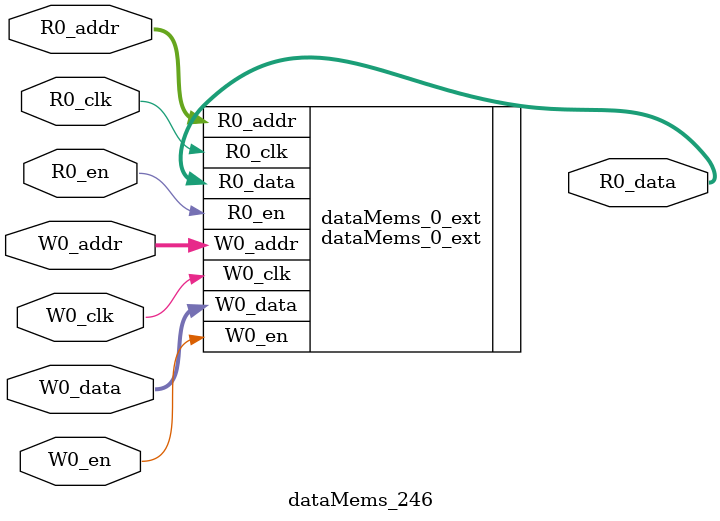
<source format=sv>
`ifndef RANDOMIZE
  `ifdef RANDOMIZE_REG_INIT
    `define RANDOMIZE
  `endif // RANDOMIZE_REG_INIT
`endif // not def RANDOMIZE
`ifndef RANDOMIZE
  `ifdef RANDOMIZE_MEM_INIT
    `define RANDOMIZE
  `endif // RANDOMIZE_MEM_INIT
`endif // not def RANDOMIZE

`ifndef RANDOM
  `define RANDOM $random
`endif // not def RANDOM

// Users can define 'PRINTF_COND' to add an extra gate to prints.
`ifndef PRINTF_COND_
  `ifdef PRINTF_COND
    `define PRINTF_COND_ (`PRINTF_COND)
  `else  // PRINTF_COND
    `define PRINTF_COND_ 1
  `endif // PRINTF_COND
`endif // not def PRINTF_COND_

// Users can define 'ASSERT_VERBOSE_COND' to add an extra gate to assert error printing.
`ifndef ASSERT_VERBOSE_COND_
  `ifdef ASSERT_VERBOSE_COND
    `define ASSERT_VERBOSE_COND_ (`ASSERT_VERBOSE_COND)
  `else  // ASSERT_VERBOSE_COND
    `define ASSERT_VERBOSE_COND_ 1
  `endif // ASSERT_VERBOSE_COND
`endif // not def ASSERT_VERBOSE_COND_

// Users can define 'STOP_COND' to add an extra gate to stop conditions.
`ifndef STOP_COND_
  `ifdef STOP_COND
    `define STOP_COND_ (`STOP_COND)
  `else  // STOP_COND
    `define STOP_COND_ 1
  `endif // STOP_COND
`endif // not def STOP_COND_

// Users can define INIT_RANDOM as general code that gets injected into the
// initializer block for modules with registers.
`ifndef INIT_RANDOM
  `define INIT_RANDOM
`endif // not def INIT_RANDOM

// If using random initialization, you can also define RANDOMIZE_DELAY to
// customize the delay used, otherwise 0.002 is used.
`ifndef RANDOMIZE_DELAY
  `define RANDOMIZE_DELAY 0.002
`endif // not def RANDOMIZE_DELAY

// Define INIT_RANDOM_PROLOG_ for use in our modules below.
`ifndef INIT_RANDOM_PROLOG_
  `ifdef RANDOMIZE
    `ifdef VERILATOR
      `define INIT_RANDOM_PROLOG_ `INIT_RANDOM
    `else  // VERILATOR
      `define INIT_RANDOM_PROLOG_ `INIT_RANDOM #`RANDOMIZE_DELAY begin end
    `endif // VERILATOR
  `else  // RANDOMIZE
    `define INIT_RANDOM_PROLOG_
  `endif // RANDOMIZE
`endif // not def INIT_RANDOM_PROLOG_

// Include register initializers in init blocks unless synthesis is set
`ifndef SYNTHESIS
  `ifndef ENABLE_INITIAL_REG_
    `define ENABLE_INITIAL_REG_
  `endif // not def ENABLE_INITIAL_REG_
`endif // not def SYNTHESIS

// Include rmemory initializers in init blocks unless synthesis is set
`ifndef SYNTHESIS
  `ifndef ENABLE_INITIAL_MEM_
    `define ENABLE_INITIAL_MEM_
  `endif // not def ENABLE_INITIAL_MEM_
`endif // not def SYNTHESIS

module dataMems_246(	// @[generators/ara/src/main/scala/UnsafeAXI4ToTL.scala:365:62]
  input  [4:0]   R0_addr,
  input          R0_en,
  input          R0_clk,
  output [130:0] R0_data,
  input  [4:0]   W0_addr,
  input          W0_en,
  input          W0_clk,
  input  [130:0] W0_data
);

  dataMems_0_ext dataMems_0_ext (	// @[generators/ara/src/main/scala/UnsafeAXI4ToTL.scala:365:62]
    .R0_addr (R0_addr),
    .R0_en   (R0_en),
    .R0_clk  (R0_clk),
    .R0_data (R0_data),
    .W0_addr (W0_addr),
    .W0_en   (W0_en),
    .W0_clk  (W0_clk),
    .W0_data (W0_data)
  );
endmodule


</source>
